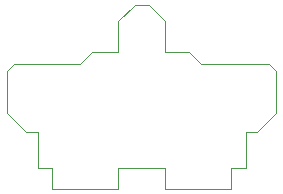
<source format=gbr>
G04 #@! TF.GenerationSoftware,KiCad,Pcbnew,(5.1.2)-2*
G04 #@! TF.CreationDate,2019-12-09T19:24:06+00:00*
G04 #@! TF.ProjectId,encoder_pcb,656e636f-6465-4725-9f70-63622e6b6963,rev?*
G04 #@! TF.SameCoordinates,Original*
G04 #@! TF.FileFunction,Profile,NP*
%FSLAX46Y46*%
G04 Gerber Fmt 4.6, Leading zero omitted, Abs format (unit mm)*
G04 Created by KiCad (PCBNEW (5.1.2)-2) date 2019-12-09 19:24:06*
%MOMM*%
%LPD*%
G04 APERTURE LIST*
%ADD10C,0.050000*%
G04 APERTURE END LIST*
D10*
X112000000Y-121800000D02*
X117600000Y-121800000D01*
X102400000Y-121800000D02*
X108000000Y-121800000D01*
X112000000Y-120000000D02*
X112000000Y-121800000D01*
X110000000Y-120000000D02*
X112000000Y-120000000D01*
X108000000Y-120000000D02*
X108000000Y-121800000D01*
X110000000Y-120000000D02*
X108000000Y-120000000D01*
X119800000Y-117000000D02*
X118800000Y-117000000D01*
X120800000Y-111200000D02*
X115000000Y-111200000D01*
X121400000Y-111800000D02*
X120800000Y-111200000D01*
X121400000Y-115400000D02*
X121400000Y-111800000D01*
X119800000Y-117000000D02*
X121400000Y-115400000D01*
X118800000Y-120000000D02*
X118800000Y-117000000D01*
X109400000Y-106200000D02*
X110600000Y-106200000D01*
X108000000Y-107600000D02*
X109400000Y-106200000D01*
X108000000Y-110200000D02*
X108000000Y-107600000D01*
X105800000Y-110200000D02*
X108000000Y-110200000D01*
X104800000Y-111200000D02*
X105800000Y-110200000D01*
X99200000Y-111200000D02*
X104800000Y-111200000D01*
X98600000Y-111800000D02*
X99200000Y-111200000D01*
X98600000Y-115400000D02*
X98600000Y-111800000D01*
X98600000Y-115400000D02*
X100200000Y-117000000D01*
X101200000Y-117000000D02*
X100200000Y-117000000D01*
X101200000Y-118200000D02*
X101200000Y-117000000D01*
X112000000Y-107600000D02*
X110600000Y-106200000D01*
X112000000Y-110200000D02*
X112000000Y-107600000D01*
X114000000Y-110200000D02*
X112000000Y-110200000D01*
X115000000Y-111200000D02*
X114000000Y-110200000D01*
X117600000Y-121800000D02*
X117600000Y-120000000D01*
X102400000Y-120000000D02*
X102400000Y-121800000D01*
X101200000Y-120000000D02*
X102400000Y-120000000D01*
X101200000Y-118200000D02*
X101200000Y-120000000D01*
X118800000Y-120000000D02*
X117600000Y-120000000D01*
M02*

</source>
